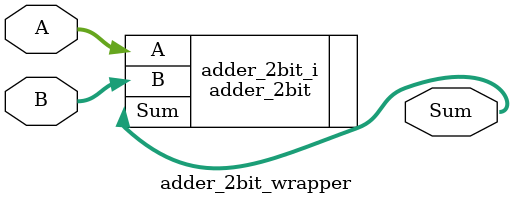
<source format=v>
`timescale 1 ps / 1 ps

module adder_2bit_wrapper
   (A,
    B,
    Sum);
  input [1:0]A;
  input [1:0]B;
  output [2:0]Sum;

  wire [1:0]A;
  wire [1:0]B;
  wire [2:0]Sum;

  adder_2bit adder_2bit_i
       (.A(A),
        .B(B),
        .Sum(Sum));
endmodule

</source>
